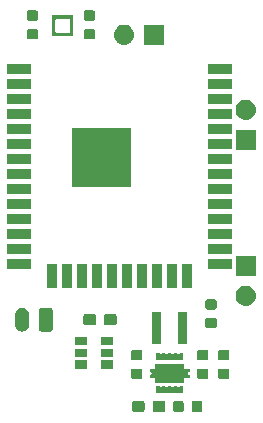
<source format=gts>
G04 #@! TF.GenerationSoftware,KiCad,Pcbnew,(5.0.2)-1*
G04 #@! TF.CreationDate,2019-05-04T17:06:02+02:00*
G04 #@! TF.ProjectId,Cowbell_mini,436f7762-656c-46c5-9f6d-696e692e6b69,v0.4*
G04 #@! TF.SameCoordinates,Original*
G04 #@! TF.FileFunction,Soldermask,Top*
G04 #@! TF.FilePolarity,Negative*
%FSLAX46Y46*%
G04 Gerber Fmt 4.6, Leading zero omitted, Abs format (unit mm)*
G04 Created by KiCad (PCBNEW (5.0.2)-1) date 5/4/2019 5:06:02 PM*
%MOMM*%
%LPD*%
G01*
G04 APERTURE LIST*
%ADD10C,0.150000*%
G04 APERTURE END LIST*
D10*
G36*
X133883116Y-61552595D02*
X133912313Y-61561452D01*
X133939218Y-61575833D01*
X133962808Y-61595192D01*
X133982167Y-61618782D01*
X133996548Y-61645687D01*
X134005405Y-61674884D01*
X134009000Y-61711390D01*
X134009000Y-62336610D01*
X134005405Y-62373116D01*
X133996548Y-62402313D01*
X133982167Y-62429218D01*
X133962808Y-62452808D01*
X133939218Y-62472167D01*
X133912313Y-62486548D01*
X133883116Y-62495405D01*
X133846610Y-62499000D01*
X133296390Y-62499000D01*
X133259884Y-62495405D01*
X133230687Y-62486548D01*
X133203782Y-62472167D01*
X133180192Y-62452808D01*
X133160833Y-62429218D01*
X133146452Y-62402313D01*
X133137595Y-62373116D01*
X133134000Y-62336610D01*
X133134000Y-61711390D01*
X133137595Y-61674884D01*
X133146452Y-61645687D01*
X133160833Y-61618782D01*
X133180192Y-61595192D01*
X133203782Y-61575833D01*
X133230687Y-61561452D01*
X133259884Y-61552595D01*
X133296390Y-61549000D01*
X133846610Y-61549000D01*
X133883116Y-61552595D01*
X133883116Y-61552595D01*
G37*
G36*
X130741024Y-61552955D02*
X130773736Y-61562879D01*
X130803890Y-61578997D01*
X130830316Y-61600684D01*
X130852003Y-61627110D01*
X130868121Y-61657264D01*
X130878045Y-61689976D01*
X130882000Y-61730138D01*
X130882000Y-62317862D01*
X130878045Y-62358024D01*
X130868121Y-62390736D01*
X130852003Y-62420890D01*
X130830316Y-62447316D01*
X130803890Y-62469003D01*
X130773736Y-62485121D01*
X130741024Y-62495045D01*
X130700862Y-62499000D01*
X130013138Y-62499000D01*
X129972976Y-62495045D01*
X129940264Y-62485121D01*
X129910110Y-62469003D01*
X129883684Y-62447316D01*
X129861997Y-62420890D01*
X129845879Y-62390736D01*
X129835955Y-62358024D01*
X129832000Y-62317862D01*
X129832000Y-61730138D01*
X129835955Y-61689976D01*
X129845879Y-61657264D01*
X129861997Y-61627110D01*
X129883684Y-61600684D01*
X129910110Y-61578997D01*
X129940264Y-61562879D01*
X129972976Y-61552955D01*
X130013138Y-61549000D01*
X130700862Y-61549000D01*
X130741024Y-61552955D01*
X130741024Y-61552955D01*
G37*
G36*
X128991024Y-61552955D02*
X129023736Y-61562879D01*
X129053890Y-61578997D01*
X129080316Y-61600684D01*
X129102003Y-61627110D01*
X129118121Y-61657264D01*
X129128045Y-61689976D01*
X129132000Y-61730138D01*
X129132000Y-62317862D01*
X129128045Y-62358024D01*
X129118121Y-62390736D01*
X129102003Y-62420890D01*
X129080316Y-62447316D01*
X129053890Y-62469003D01*
X129023736Y-62485121D01*
X128991024Y-62495045D01*
X128950862Y-62499000D01*
X128263138Y-62499000D01*
X128222976Y-62495045D01*
X128190264Y-62485121D01*
X128160110Y-62469003D01*
X128133684Y-62447316D01*
X128111997Y-62420890D01*
X128095879Y-62390736D01*
X128085955Y-62358024D01*
X128082000Y-62317862D01*
X128082000Y-61730138D01*
X128085955Y-61689976D01*
X128095879Y-61657264D01*
X128111997Y-61627110D01*
X128133684Y-61600684D01*
X128160110Y-61578997D01*
X128190264Y-61562879D01*
X128222976Y-61552955D01*
X128263138Y-61549000D01*
X128950862Y-61549000D01*
X128991024Y-61552955D01*
X128991024Y-61552955D01*
G37*
G36*
X132308116Y-61552595D02*
X132337313Y-61561452D01*
X132364218Y-61575833D01*
X132387808Y-61595192D01*
X132407167Y-61618782D01*
X132421548Y-61645687D01*
X132430405Y-61674884D01*
X132434000Y-61711390D01*
X132434000Y-62336610D01*
X132430405Y-62373116D01*
X132421548Y-62402313D01*
X132407167Y-62429218D01*
X132387808Y-62452808D01*
X132364218Y-62472167D01*
X132337313Y-62486548D01*
X132308116Y-62495405D01*
X132271610Y-62499000D01*
X131721390Y-62499000D01*
X131684884Y-62495405D01*
X131655687Y-62486548D01*
X131628782Y-62472167D01*
X131605192Y-62452808D01*
X131585833Y-62429218D01*
X131571452Y-62402313D01*
X131562595Y-62373116D01*
X131559000Y-62336610D01*
X131559000Y-61711390D01*
X131562595Y-61674884D01*
X131571452Y-61645687D01*
X131585833Y-61618782D01*
X131605192Y-61595192D01*
X131628782Y-61575833D01*
X131655687Y-61561452D01*
X131684884Y-61552595D01*
X131721390Y-61549000D01*
X132271610Y-61549000D01*
X132308116Y-61552595D01*
X132308116Y-61552595D01*
G37*
G36*
X130399759Y-60332462D02*
X130413373Y-60352836D01*
X130430700Y-60370164D01*
X130451074Y-60383778D01*
X130473713Y-60393155D01*
X130497747Y-60397936D01*
X130522251Y-60397936D01*
X130546285Y-60393156D01*
X130568924Y-60383779D01*
X130589298Y-60370165D01*
X130606626Y-60352838D01*
X130620240Y-60332464D01*
X130621261Y-60330000D01*
X130898739Y-60330000D01*
X130899759Y-60332462D01*
X130913373Y-60352836D01*
X130930700Y-60370164D01*
X130951074Y-60383778D01*
X130973713Y-60393155D01*
X130997747Y-60397936D01*
X131022251Y-60397936D01*
X131046285Y-60393156D01*
X131068924Y-60383779D01*
X131089298Y-60370165D01*
X131106626Y-60352838D01*
X131120240Y-60332464D01*
X131121261Y-60330000D01*
X131398739Y-60330000D01*
X131399759Y-60332462D01*
X131413373Y-60352836D01*
X131430700Y-60370164D01*
X131451074Y-60383778D01*
X131473713Y-60393155D01*
X131497747Y-60397936D01*
X131522251Y-60397936D01*
X131546285Y-60393156D01*
X131568924Y-60383779D01*
X131589298Y-60370165D01*
X131606626Y-60352838D01*
X131620240Y-60332464D01*
X131621261Y-60330000D01*
X131898739Y-60330000D01*
X131899759Y-60332462D01*
X131913373Y-60352836D01*
X131930700Y-60370164D01*
X131951074Y-60383778D01*
X131973713Y-60393155D01*
X131997747Y-60397936D01*
X132022251Y-60397936D01*
X132046285Y-60393156D01*
X132068924Y-60383779D01*
X132089298Y-60370165D01*
X132106626Y-60352838D01*
X132120240Y-60332464D01*
X132121261Y-60330000D01*
X132390000Y-60330000D01*
X132390000Y-60930000D01*
X132121261Y-60930000D01*
X132120241Y-60927538D01*
X132106627Y-60907164D01*
X132089300Y-60889836D01*
X132068926Y-60876222D01*
X132046287Y-60866845D01*
X132022253Y-60862064D01*
X131997749Y-60862064D01*
X131973715Y-60866844D01*
X131951076Y-60876221D01*
X131930702Y-60889835D01*
X131913374Y-60907162D01*
X131899760Y-60927536D01*
X131898739Y-60930000D01*
X131621261Y-60930000D01*
X131620241Y-60927538D01*
X131606627Y-60907164D01*
X131589300Y-60889836D01*
X131568926Y-60876222D01*
X131546287Y-60866845D01*
X131522253Y-60862064D01*
X131497749Y-60862064D01*
X131473715Y-60866844D01*
X131451076Y-60876221D01*
X131430702Y-60889835D01*
X131413374Y-60907162D01*
X131399760Y-60927536D01*
X131398739Y-60930000D01*
X131121261Y-60930000D01*
X131120241Y-60927538D01*
X131106627Y-60907164D01*
X131089300Y-60889836D01*
X131068926Y-60876222D01*
X131046287Y-60866845D01*
X131022253Y-60862064D01*
X130997749Y-60862064D01*
X130973715Y-60866844D01*
X130951076Y-60876221D01*
X130930702Y-60889835D01*
X130913374Y-60907162D01*
X130899760Y-60927536D01*
X130898739Y-60930000D01*
X130621261Y-60930000D01*
X130620241Y-60927538D01*
X130606627Y-60907164D01*
X130589300Y-60889836D01*
X130568926Y-60876222D01*
X130546287Y-60866845D01*
X130522253Y-60862064D01*
X130497749Y-60862064D01*
X130473715Y-60866844D01*
X130451076Y-60876221D01*
X130430702Y-60889835D01*
X130413374Y-60907162D01*
X130399760Y-60927536D01*
X130398739Y-60930000D01*
X130130000Y-60930000D01*
X130130000Y-60330000D01*
X130398739Y-60330000D01*
X130399759Y-60332462D01*
X130399759Y-60332462D01*
G37*
G36*
X132413102Y-58404698D02*
X132413706Y-58404757D01*
X132424582Y-58406921D01*
X132429128Y-58408804D01*
X132429134Y-58408806D01*
X132429139Y-58408809D01*
X132433683Y-58410691D01*
X132437774Y-58413424D01*
X132437779Y-58413427D01*
X132437783Y-58413431D01*
X132441879Y-58416167D01*
X132448833Y-58423121D01*
X132451569Y-58427217D01*
X132451573Y-58427221D01*
X132451576Y-58427226D01*
X132454309Y-58431317D01*
X132456191Y-58435861D01*
X132456194Y-58435866D01*
X132456196Y-58435872D01*
X132458079Y-58440418D01*
X132460243Y-58451294D01*
X132460302Y-58451898D01*
X132460605Y-58458061D01*
X132460605Y-58729395D01*
X132463007Y-58753781D01*
X132470120Y-58777230D01*
X132481671Y-58798841D01*
X132497217Y-58817783D01*
X132516159Y-58833329D01*
X132537770Y-58844880D01*
X132561219Y-58851993D01*
X132585605Y-58854395D01*
X132906939Y-58854395D01*
X132913102Y-58854698D01*
X132913706Y-58854757D01*
X132924582Y-58856921D01*
X132929128Y-58858804D01*
X132929134Y-58858806D01*
X132929139Y-58858809D01*
X132933683Y-58860691D01*
X132937774Y-58863424D01*
X132937779Y-58863427D01*
X132937783Y-58863431D01*
X132941879Y-58866167D01*
X132948833Y-58873121D01*
X132951569Y-58877217D01*
X132951573Y-58877221D01*
X132951576Y-58877226D01*
X132954309Y-58881317D01*
X132956191Y-58885861D01*
X132956194Y-58885866D01*
X132956196Y-58885872D01*
X132958079Y-58890418D01*
X132960243Y-58901294D01*
X132960302Y-58901898D01*
X132960605Y-58908061D01*
X132960605Y-59051939D01*
X132960302Y-59058102D01*
X132960243Y-59058706D01*
X132958079Y-59069582D01*
X132956196Y-59074128D01*
X132956194Y-59074134D01*
X132956191Y-59074139D01*
X132954309Y-59078683D01*
X132951576Y-59082774D01*
X132951573Y-59082779D01*
X132951569Y-59082783D01*
X132948833Y-59086879D01*
X132941879Y-59093833D01*
X132937783Y-59096569D01*
X132937779Y-59096573D01*
X132937774Y-59096576D01*
X132933683Y-59099309D01*
X132929139Y-59101191D01*
X132929134Y-59101194D01*
X132929128Y-59101196D01*
X132924582Y-59103079D01*
X132913706Y-59105243D01*
X132910059Y-59105602D01*
X132886026Y-59110383D01*
X132863387Y-59119761D01*
X132843013Y-59133375D01*
X132825686Y-59150703D01*
X132812073Y-59171078D01*
X132802696Y-59193717D01*
X132797916Y-59217751D01*
X132797916Y-59242255D01*
X132802697Y-59266288D01*
X132812075Y-59288927D01*
X132825689Y-59309301D01*
X132843017Y-59326628D01*
X132863392Y-59340241D01*
X132886031Y-59349618D01*
X132910059Y-59354398D01*
X132913706Y-59354757D01*
X132924582Y-59356921D01*
X132929128Y-59358804D01*
X132929134Y-59358806D01*
X132929139Y-59358809D01*
X132933683Y-59360691D01*
X132937774Y-59363424D01*
X132937779Y-59363427D01*
X132937783Y-59363431D01*
X132941879Y-59366167D01*
X132948833Y-59373121D01*
X132951569Y-59377217D01*
X132951573Y-59377221D01*
X132951576Y-59377226D01*
X132954309Y-59381317D01*
X132956191Y-59385861D01*
X132956194Y-59385866D01*
X132956196Y-59385872D01*
X132958079Y-59390418D01*
X132960243Y-59401294D01*
X132960302Y-59401898D01*
X132960605Y-59408061D01*
X132960605Y-59551939D01*
X132960302Y-59558102D01*
X132960243Y-59558706D01*
X132958079Y-59569582D01*
X132956196Y-59574128D01*
X132956194Y-59574134D01*
X132956191Y-59574139D01*
X132954309Y-59578683D01*
X132951576Y-59582774D01*
X132951573Y-59582779D01*
X132951569Y-59582783D01*
X132948833Y-59586879D01*
X132941879Y-59593833D01*
X132937783Y-59596569D01*
X132937779Y-59596573D01*
X132937774Y-59596576D01*
X132933683Y-59599309D01*
X132929139Y-59601191D01*
X132929134Y-59601194D01*
X132929128Y-59601196D01*
X132924582Y-59603079D01*
X132913706Y-59605243D01*
X132913102Y-59605302D01*
X132906939Y-59605605D01*
X132585605Y-59605605D01*
X132561219Y-59608007D01*
X132537770Y-59615120D01*
X132516159Y-59626671D01*
X132497217Y-59642217D01*
X132481671Y-59661159D01*
X132470120Y-59682770D01*
X132463007Y-59706219D01*
X132460605Y-59730605D01*
X132460605Y-60001939D01*
X132460302Y-60008102D01*
X132460243Y-60008706D01*
X132458079Y-60019582D01*
X132456196Y-60024128D01*
X132456194Y-60024134D01*
X132456191Y-60024139D01*
X132454309Y-60028683D01*
X132451576Y-60032774D01*
X132451573Y-60032779D01*
X132451569Y-60032783D01*
X132448833Y-60036879D01*
X132441879Y-60043833D01*
X132437783Y-60046569D01*
X132437779Y-60046573D01*
X132437774Y-60046576D01*
X132433683Y-60049309D01*
X132429139Y-60051191D01*
X132429134Y-60051194D01*
X132429128Y-60051196D01*
X132424582Y-60053079D01*
X132413706Y-60055243D01*
X132413102Y-60055302D01*
X132406939Y-60055605D01*
X130113061Y-60055605D01*
X130106898Y-60055302D01*
X130106294Y-60055243D01*
X130095418Y-60053079D01*
X130090872Y-60051196D01*
X130090866Y-60051194D01*
X130090861Y-60051191D01*
X130086317Y-60049309D01*
X130082226Y-60046576D01*
X130082221Y-60046573D01*
X130082217Y-60046569D01*
X130078121Y-60043833D01*
X130071167Y-60036879D01*
X130068431Y-60032783D01*
X130068427Y-60032779D01*
X130068424Y-60032774D01*
X130065691Y-60028683D01*
X130063809Y-60024139D01*
X130063806Y-60024134D01*
X130063804Y-60024128D01*
X130061921Y-60019582D01*
X130059757Y-60008706D01*
X130059698Y-60008102D01*
X130059395Y-60001939D01*
X130059395Y-59730605D01*
X130056993Y-59706219D01*
X130049880Y-59682770D01*
X130038329Y-59661159D01*
X130022783Y-59642217D01*
X130003841Y-59626671D01*
X129982230Y-59615120D01*
X129958781Y-59608007D01*
X129934395Y-59605605D01*
X129613061Y-59605605D01*
X129606898Y-59605302D01*
X129606294Y-59605243D01*
X129595418Y-59603079D01*
X129590872Y-59601196D01*
X129590866Y-59601194D01*
X129590861Y-59601191D01*
X129586317Y-59599309D01*
X129582226Y-59596576D01*
X129582221Y-59596573D01*
X129582217Y-59596569D01*
X129578121Y-59593833D01*
X129571167Y-59586879D01*
X129568431Y-59582783D01*
X129568427Y-59582779D01*
X129568424Y-59582774D01*
X129565691Y-59578683D01*
X129563809Y-59574139D01*
X129563806Y-59574134D01*
X129563804Y-59574128D01*
X129561921Y-59569582D01*
X129559757Y-59558706D01*
X129559698Y-59558102D01*
X129559395Y-59551939D01*
X129559395Y-59408061D01*
X129559698Y-59401898D01*
X129559757Y-59401294D01*
X129561921Y-59390418D01*
X129563804Y-59385872D01*
X129563806Y-59385866D01*
X129563809Y-59385861D01*
X129565691Y-59381317D01*
X129568424Y-59377226D01*
X129568427Y-59377221D01*
X129568431Y-59377217D01*
X129571167Y-59373121D01*
X129578121Y-59366167D01*
X129582217Y-59363431D01*
X129582221Y-59363427D01*
X129582226Y-59363424D01*
X129586317Y-59360691D01*
X129590861Y-59358809D01*
X129590866Y-59358806D01*
X129590872Y-59358804D01*
X129595418Y-59356921D01*
X129606294Y-59354757D01*
X129609941Y-59354398D01*
X129633974Y-59349617D01*
X129656613Y-59340239D01*
X129676987Y-59326625D01*
X129694314Y-59309297D01*
X129707927Y-59288922D01*
X129717304Y-59266283D01*
X129722084Y-59242249D01*
X129722084Y-59217745D01*
X129717303Y-59193712D01*
X129707925Y-59171073D01*
X129694311Y-59150699D01*
X129676983Y-59133372D01*
X129656608Y-59119759D01*
X129633969Y-59110382D01*
X129609941Y-59105602D01*
X129606294Y-59105243D01*
X129595418Y-59103079D01*
X129590872Y-59101196D01*
X129590866Y-59101194D01*
X129590861Y-59101191D01*
X129586317Y-59099309D01*
X129582226Y-59096576D01*
X129582221Y-59096573D01*
X129582217Y-59096569D01*
X129578121Y-59093833D01*
X129571167Y-59086879D01*
X129568431Y-59082783D01*
X129568427Y-59082779D01*
X129568424Y-59082774D01*
X129565691Y-59078683D01*
X129563809Y-59074139D01*
X129563806Y-59074134D01*
X129563804Y-59074128D01*
X129561921Y-59069582D01*
X129559757Y-59058706D01*
X129559698Y-59058102D01*
X129559395Y-59051939D01*
X129559395Y-58908061D01*
X129559698Y-58901898D01*
X129559757Y-58901294D01*
X129561921Y-58890418D01*
X129563804Y-58885872D01*
X129563806Y-58885866D01*
X129563809Y-58885861D01*
X129565691Y-58881317D01*
X129568424Y-58877226D01*
X129568427Y-58877221D01*
X129568431Y-58877217D01*
X129571167Y-58873121D01*
X129578121Y-58866167D01*
X129582217Y-58863431D01*
X129582221Y-58863427D01*
X129582226Y-58863424D01*
X129586317Y-58860691D01*
X129590861Y-58858809D01*
X129590866Y-58858806D01*
X129590872Y-58858804D01*
X129595418Y-58856921D01*
X129606294Y-58854757D01*
X129606898Y-58854698D01*
X129613061Y-58854395D01*
X129934395Y-58854395D01*
X129958781Y-58851993D01*
X129982230Y-58844880D01*
X130003841Y-58833329D01*
X130022783Y-58817783D01*
X130038329Y-58798841D01*
X130049880Y-58777230D01*
X130056993Y-58753781D01*
X130059395Y-58729395D01*
X130059395Y-58458061D01*
X130059698Y-58451898D01*
X130059757Y-58451294D01*
X130061921Y-58440418D01*
X130063804Y-58435872D01*
X130063806Y-58435866D01*
X130063809Y-58435861D01*
X130065691Y-58431317D01*
X130068424Y-58427226D01*
X130068427Y-58427221D01*
X130068431Y-58427217D01*
X130071167Y-58423121D01*
X130078121Y-58416167D01*
X130082217Y-58413431D01*
X130082221Y-58413427D01*
X130082226Y-58413424D01*
X130086317Y-58410691D01*
X130090861Y-58408809D01*
X130090866Y-58408806D01*
X130090872Y-58408804D01*
X130095418Y-58406921D01*
X130106294Y-58404757D01*
X130106898Y-58404698D01*
X130113061Y-58404395D01*
X132406939Y-58404395D01*
X132413102Y-58404698D01*
X132413102Y-58404698D01*
G37*
G36*
X134403116Y-58821595D02*
X134432313Y-58830452D01*
X134459218Y-58844833D01*
X134482808Y-58864192D01*
X134502167Y-58887782D01*
X134516548Y-58914687D01*
X134525405Y-58943884D01*
X134529000Y-58980390D01*
X134529000Y-59530610D01*
X134525405Y-59567116D01*
X134516548Y-59596313D01*
X134502167Y-59623218D01*
X134482808Y-59646808D01*
X134459218Y-59666167D01*
X134432313Y-59680548D01*
X134403116Y-59689405D01*
X134366610Y-59693000D01*
X133741390Y-59693000D01*
X133704884Y-59689405D01*
X133675687Y-59680548D01*
X133648782Y-59666167D01*
X133625192Y-59646808D01*
X133605833Y-59623218D01*
X133591452Y-59596313D01*
X133582595Y-59567116D01*
X133579000Y-59530610D01*
X133579000Y-58980390D01*
X133582595Y-58943884D01*
X133591452Y-58914687D01*
X133605833Y-58887782D01*
X133625192Y-58864192D01*
X133648782Y-58844833D01*
X133675687Y-58830452D01*
X133704884Y-58821595D01*
X133741390Y-58818000D01*
X134366610Y-58818000D01*
X134403116Y-58821595D01*
X134403116Y-58821595D01*
G37*
G36*
X136181116Y-58821595D02*
X136210313Y-58830452D01*
X136237218Y-58844833D01*
X136260808Y-58864192D01*
X136280167Y-58887782D01*
X136294548Y-58914687D01*
X136303405Y-58943884D01*
X136307000Y-58980390D01*
X136307000Y-59530610D01*
X136303405Y-59567116D01*
X136294548Y-59596313D01*
X136280167Y-59623218D01*
X136260808Y-59646808D01*
X136237218Y-59666167D01*
X136210313Y-59680548D01*
X136181116Y-59689405D01*
X136144610Y-59693000D01*
X135519390Y-59693000D01*
X135482884Y-59689405D01*
X135453687Y-59680548D01*
X135426782Y-59666167D01*
X135403192Y-59646808D01*
X135383833Y-59623218D01*
X135369452Y-59596313D01*
X135360595Y-59567116D01*
X135357000Y-59530610D01*
X135357000Y-58980390D01*
X135360595Y-58943884D01*
X135369452Y-58914687D01*
X135383833Y-58887782D01*
X135403192Y-58864192D01*
X135426782Y-58844833D01*
X135453687Y-58830452D01*
X135482884Y-58821595D01*
X135519390Y-58818000D01*
X136144610Y-58818000D01*
X136181116Y-58821595D01*
X136181116Y-58821595D01*
G37*
G36*
X128815116Y-58821595D02*
X128844313Y-58830452D01*
X128871218Y-58844833D01*
X128894808Y-58864192D01*
X128914167Y-58887782D01*
X128928548Y-58914687D01*
X128937405Y-58943884D01*
X128941000Y-58980390D01*
X128941000Y-59530610D01*
X128937405Y-59567116D01*
X128928548Y-59596313D01*
X128914167Y-59623218D01*
X128894808Y-59646808D01*
X128871218Y-59666167D01*
X128844313Y-59680548D01*
X128815116Y-59689405D01*
X128778610Y-59693000D01*
X128153390Y-59693000D01*
X128116884Y-59689405D01*
X128087687Y-59680548D01*
X128060782Y-59666167D01*
X128037192Y-59646808D01*
X128017833Y-59623218D01*
X128003452Y-59596313D01*
X127994595Y-59567116D01*
X127991000Y-59530610D01*
X127991000Y-58980390D01*
X127994595Y-58943884D01*
X128003452Y-58914687D01*
X128017833Y-58887782D01*
X128037192Y-58864192D01*
X128060782Y-58844833D01*
X128087687Y-58830452D01*
X128116884Y-58821595D01*
X128153390Y-58818000D01*
X128778610Y-58818000D01*
X128815116Y-58821595D01*
X128815116Y-58821595D01*
G37*
G36*
X124227000Y-58830000D02*
X123277000Y-58830000D01*
X123277000Y-58130000D01*
X124227000Y-58130000D01*
X124227000Y-58830000D01*
X124227000Y-58830000D01*
G37*
G36*
X126427000Y-58830000D02*
X125477000Y-58830000D01*
X125477000Y-58130000D01*
X126427000Y-58130000D01*
X126427000Y-58830000D01*
X126427000Y-58830000D01*
G37*
G36*
X130399759Y-57532462D02*
X130413373Y-57552836D01*
X130430700Y-57570164D01*
X130451074Y-57583778D01*
X130473713Y-57593155D01*
X130497747Y-57597936D01*
X130522251Y-57597936D01*
X130546285Y-57593156D01*
X130568924Y-57583779D01*
X130589298Y-57570165D01*
X130606626Y-57552838D01*
X130620240Y-57532464D01*
X130621261Y-57530000D01*
X130898739Y-57530000D01*
X130899759Y-57532462D01*
X130913373Y-57552836D01*
X130930700Y-57570164D01*
X130951074Y-57583778D01*
X130973713Y-57593155D01*
X130997747Y-57597936D01*
X131022251Y-57597936D01*
X131046285Y-57593156D01*
X131068924Y-57583779D01*
X131089298Y-57570165D01*
X131106626Y-57552838D01*
X131120240Y-57532464D01*
X131121261Y-57530000D01*
X131398739Y-57530000D01*
X131399759Y-57532462D01*
X131413373Y-57552836D01*
X131430700Y-57570164D01*
X131451074Y-57583778D01*
X131473713Y-57593155D01*
X131497747Y-57597936D01*
X131522251Y-57597936D01*
X131546285Y-57593156D01*
X131568924Y-57583779D01*
X131589298Y-57570165D01*
X131606626Y-57552838D01*
X131620240Y-57532464D01*
X131621261Y-57530000D01*
X131898739Y-57530000D01*
X131899759Y-57532462D01*
X131913373Y-57552836D01*
X131930700Y-57570164D01*
X131951074Y-57583778D01*
X131973713Y-57593155D01*
X131997747Y-57597936D01*
X132022251Y-57597936D01*
X132046285Y-57593156D01*
X132068924Y-57583779D01*
X132089298Y-57570165D01*
X132106626Y-57552838D01*
X132120240Y-57532464D01*
X132121261Y-57530000D01*
X132390000Y-57530000D01*
X132390000Y-58130000D01*
X132121261Y-58130000D01*
X132120241Y-58127538D01*
X132106627Y-58107164D01*
X132089300Y-58089836D01*
X132068926Y-58076222D01*
X132046287Y-58066845D01*
X132022253Y-58062064D01*
X131997749Y-58062064D01*
X131973715Y-58066844D01*
X131951076Y-58076221D01*
X131930702Y-58089835D01*
X131913374Y-58107162D01*
X131899760Y-58127536D01*
X131898739Y-58130000D01*
X131621261Y-58130000D01*
X131620241Y-58127538D01*
X131606627Y-58107164D01*
X131589300Y-58089836D01*
X131568926Y-58076222D01*
X131546287Y-58066845D01*
X131522253Y-58062064D01*
X131497749Y-58062064D01*
X131473715Y-58066844D01*
X131451076Y-58076221D01*
X131430702Y-58089835D01*
X131413374Y-58107162D01*
X131399760Y-58127536D01*
X131398739Y-58130000D01*
X131121261Y-58130000D01*
X131120241Y-58127538D01*
X131106627Y-58107164D01*
X131089300Y-58089836D01*
X131068926Y-58076222D01*
X131046287Y-58066845D01*
X131022253Y-58062064D01*
X130997749Y-58062064D01*
X130973715Y-58066844D01*
X130951076Y-58076221D01*
X130930702Y-58089835D01*
X130913374Y-58107162D01*
X130899760Y-58127536D01*
X130898739Y-58130000D01*
X130621261Y-58130000D01*
X130620241Y-58127538D01*
X130606627Y-58107164D01*
X130589300Y-58089836D01*
X130568926Y-58076222D01*
X130546287Y-58066845D01*
X130522253Y-58062064D01*
X130497749Y-58062064D01*
X130473715Y-58066844D01*
X130451076Y-58076221D01*
X130430702Y-58089835D01*
X130413374Y-58107162D01*
X130399760Y-58127536D01*
X130398739Y-58130000D01*
X130130000Y-58130000D01*
X130130000Y-57530000D01*
X130398739Y-57530000D01*
X130399759Y-57532462D01*
X130399759Y-57532462D01*
G37*
G36*
X136181116Y-57246595D02*
X136210313Y-57255452D01*
X136237218Y-57269833D01*
X136260808Y-57289192D01*
X136280167Y-57312782D01*
X136294548Y-57339687D01*
X136303405Y-57368884D01*
X136307000Y-57405390D01*
X136307000Y-57955610D01*
X136303405Y-57992116D01*
X136294548Y-58021313D01*
X136280167Y-58048218D01*
X136260808Y-58071808D01*
X136237218Y-58091167D01*
X136210313Y-58105548D01*
X136181116Y-58114405D01*
X136144610Y-58118000D01*
X135519390Y-58118000D01*
X135482884Y-58114405D01*
X135453687Y-58105548D01*
X135426782Y-58091167D01*
X135403192Y-58071808D01*
X135383833Y-58048218D01*
X135369452Y-58021313D01*
X135360595Y-57992116D01*
X135357000Y-57955610D01*
X135357000Y-57405390D01*
X135360595Y-57368884D01*
X135369452Y-57339687D01*
X135383833Y-57312782D01*
X135403192Y-57289192D01*
X135426782Y-57269833D01*
X135453687Y-57255452D01*
X135482884Y-57246595D01*
X135519390Y-57243000D01*
X136144610Y-57243000D01*
X136181116Y-57246595D01*
X136181116Y-57246595D01*
G37*
G36*
X134403116Y-57246595D02*
X134432313Y-57255452D01*
X134459218Y-57269833D01*
X134482808Y-57289192D01*
X134502167Y-57312782D01*
X134516548Y-57339687D01*
X134525405Y-57368884D01*
X134529000Y-57405390D01*
X134529000Y-57955610D01*
X134525405Y-57992116D01*
X134516548Y-58021313D01*
X134502167Y-58048218D01*
X134482808Y-58071808D01*
X134459218Y-58091167D01*
X134432313Y-58105548D01*
X134403116Y-58114405D01*
X134366610Y-58118000D01*
X133741390Y-58118000D01*
X133704884Y-58114405D01*
X133675687Y-58105548D01*
X133648782Y-58091167D01*
X133625192Y-58071808D01*
X133605833Y-58048218D01*
X133591452Y-58021313D01*
X133582595Y-57992116D01*
X133579000Y-57955610D01*
X133579000Y-57405390D01*
X133582595Y-57368884D01*
X133591452Y-57339687D01*
X133605833Y-57312782D01*
X133625192Y-57289192D01*
X133648782Y-57269833D01*
X133675687Y-57255452D01*
X133704884Y-57246595D01*
X133741390Y-57243000D01*
X134366610Y-57243000D01*
X134403116Y-57246595D01*
X134403116Y-57246595D01*
G37*
G36*
X128815116Y-57246595D02*
X128844313Y-57255452D01*
X128871218Y-57269833D01*
X128894808Y-57289192D01*
X128914167Y-57312782D01*
X128928548Y-57339687D01*
X128937405Y-57368884D01*
X128941000Y-57405390D01*
X128941000Y-57955610D01*
X128937405Y-57992116D01*
X128928548Y-58021313D01*
X128914167Y-58048218D01*
X128894808Y-58071808D01*
X128871218Y-58091167D01*
X128844313Y-58105548D01*
X128815116Y-58114405D01*
X128778610Y-58118000D01*
X128153390Y-58118000D01*
X128116884Y-58114405D01*
X128087687Y-58105548D01*
X128060782Y-58091167D01*
X128037192Y-58071808D01*
X128017833Y-58048218D01*
X128003452Y-58021313D01*
X127994595Y-57992116D01*
X127991000Y-57955610D01*
X127991000Y-57405390D01*
X127994595Y-57368884D01*
X128003452Y-57339687D01*
X128017833Y-57312782D01*
X128037192Y-57289192D01*
X128060782Y-57269833D01*
X128087687Y-57255452D01*
X128116884Y-57246595D01*
X128153390Y-57243000D01*
X128778610Y-57243000D01*
X128815116Y-57246595D01*
X128815116Y-57246595D01*
G37*
G36*
X124227000Y-57830000D02*
X123277000Y-57830000D01*
X123277000Y-57130000D01*
X124227000Y-57130000D01*
X124227000Y-57830000D01*
X124227000Y-57830000D01*
G37*
G36*
X126427000Y-57830000D02*
X125477000Y-57830000D01*
X125477000Y-57130000D01*
X126427000Y-57130000D01*
X126427000Y-57830000D01*
X126427000Y-57830000D01*
G37*
G36*
X124227000Y-56830000D02*
X123277000Y-56830000D01*
X123277000Y-56130000D01*
X124227000Y-56130000D01*
X124227000Y-56830000D01*
X124227000Y-56830000D01*
G37*
G36*
X126427000Y-56830000D02*
X125477000Y-56830000D01*
X125477000Y-56130000D01*
X126427000Y-56130000D01*
X126427000Y-56830000D01*
X126427000Y-56830000D01*
G37*
G36*
X130560000Y-56770000D02*
X129760000Y-56770000D01*
X129760000Y-54070000D01*
X130560000Y-54070000D01*
X130560000Y-56770000D01*
X130560000Y-56770000D01*
G37*
G36*
X132760000Y-56770000D02*
X131960000Y-56770000D01*
X131960000Y-54070000D01*
X132760000Y-54070000D01*
X132760000Y-56770000D01*
X132760000Y-56770000D01*
G37*
G36*
X118889621Y-53694682D02*
X119002721Y-53728990D01*
X119106955Y-53784704D01*
X119198317Y-53859683D01*
X119273296Y-53951045D01*
X119329010Y-54055279D01*
X119363318Y-54168379D01*
X119372000Y-54256526D01*
X119372000Y-55115474D01*
X119363318Y-55203621D01*
X119329010Y-55316721D01*
X119273296Y-55420955D01*
X119198317Y-55512317D01*
X119106954Y-55587296D01*
X119002720Y-55643010D01*
X118889620Y-55677318D01*
X118772000Y-55688903D01*
X118654379Y-55677318D01*
X118541279Y-55643010D01*
X118437045Y-55587296D01*
X118345683Y-55512317D01*
X118270704Y-55420954D01*
X118214990Y-55316720D01*
X118180682Y-55203620D01*
X118172000Y-55115473D01*
X118172000Y-54256526D01*
X118180682Y-54168379D01*
X118214991Y-54055279D01*
X118270705Y-53951045D01*
X118345684Y-53859683D01*
X118437046Y-53784704D01*
X118541280Y-53728990D01*
X118654380Y-53694682D01*
X118772000Y-53683097D01*
X118889621Y-53694682D01*
X118889621Y-53694682D01*
G37*
G36*
X121180717Y-53691156D02*
X121225156Y-53704637D01*
X121266109Y-53726527D01*
X121302010Y-53755990D01*
X121331473Y-53791891D01*
X121353363Y-53832844D01*
X121366844Y-53877283D01*
X121372000Y-53929640D01*
X121372000Y-55442360D01*
X121366844Y-55494717D01*
X121353363Y-55539156D01*
X121331473Y-55580109D01*
X121302010Y-55616010D01*
X121266109Y-55645473D01*
X121225156Y-55667363D01*
X121180717Y-55680844D01*
X121128360Y-55686000D01*
X120415640Y-55686000D01*
X120363283Y-55680844D01*
X120318844Y-55667363D01*
X120277891Y-55645473D01*
X120241990Y-55616010D01*
X120212527Y-55580109D01*
X120190637Y-55539156D01*
X120177156Y-55494717D01*
X120172000Y-55442360D01*
X120172000Y-53929640D01*
X120177156Y-53877283D01*
X120190637Y-53832844D01*
X120212527Y-53791891D01*
X120241990Y-53755990D01*
X120277891Y-53726527D01*
X120318844Y-53704637D01*
X120363283Y-53691156D01*
X120415640Y-53686000D01*
X121128360Y-53686000D01*
X121180717Y-53691156D01*
X121180717Y-53691156D01*
G37*
G36*
X135107116Y-54531595D02*
X135136313Y-54540452D01*
X135163218Y-54554833D01*
X135186808Y-54574192D01*
X135206167Y-54597782D01*
X135220548Y-54624687D01*
X135229405Y-54653884D01*
X135233000Y-54690390D01*
X135233000Y-55240610D01*
X135229405Y-55277116D01*
X135220548Y-55306313D01*
X135206167Y-55333218D01*
X135186808Y-55356808D01*
X135163218Y-55376167D01*
X135136313Y-55390548D01*
X135107116Y-55399405D01*
X135070610Y-55403000D01*
X134445390Y-55403000D01*
X134408884Y-55399405D01*
X134379687Y-55390548D01*
X134352782Y-55376167D01*
X134329192Y-55356808D01*
X134309833Y-55333218D01*
X134295452Y-55306313D01*
X134286595Y-55277116D01*
X134283000Y-55240610D01*
X134283000Y-54690390D01*
X134286595Y-54653884D01*
X134295452Y-54624687D01*
X134309833Y-54597782D01*
X134329192Y-54574192D01*
X134352782Y-54554833D01*
X134379687Y-54540452D01*
X134408884Y-54531595D01*
X134445390Y-54528000D01*
X135070610Y-54528000D01*
X135107116Y-54531595D01*
X135107116Y-54531595D01*
G37*
G36*
X126619024Y-54214955D02*
X126651736Y-54224879D01*
X126681890Y-54240997D01*
X126708316Y-54262684D01*
X126730003Y-54289110D01*
X126746121Y-54319264D01*
X126756045Y-54351976D01*
X126760000Y-54392138D01*
X126760000Y-54979862D01*
X126756045Y-55020024D01*
X126746121Y-55052736D01*
X126730003Y-55082890D01*
X126708316Y-55109316D01*
X126681890Y-55131003D01*
X126651736Y-55147121D01*
X126619024Y-55157045D01*
X126578862Y-55161000D01*
X125891138Y-55161000D01*
X125850976Y-55157045D01*
X125818264Y-55147121D01*
X125788110Y-55131003D01*
X125761684Y-55109316D01*
X125739997Y-55082890D01*
X125723879Y-55052736D01*
X125713955Y-55020024D01*
X125710000Y-54979862D01*
X125710000Y-54392138D01*
X125713955Y-54351976D01*
X125723879Y-54319264D01*
X125739997Y-54289110D01*
X125761684Y-54262684D01*
X125788110Y-54240997D01*
X125818264Y-54224879D01*
X125850976Y-54214955D01*
X125891138Y-54211000D01*
X126578862Y-54211000D01*
X126619024Y-54214955D01*
X126619024Y-54214955D01*
G37*
G36*
X124869024Y-54214955D02*
X124901736Y-54224879D01*
X124931890Y-54240997D01*
X124958316Y-54262684D01*
X124980003Y-54289110D01*
X124996121Y-54319264D01*
X125006045Y-54351976D01*
X125010000Y-54392138D01*
X125010000Y-54979862D01*
X125006045Y-55020024D01*
X124996121Y-55052736D01*
X124980003Y-55082890D01*
X124958316Y-55109316D01*
X124931890Y-55131003D01*
X124901736Y-55147121D01*
X124869024Y-55157045D01*
X124828862Y-55161000D01*
X124141138Y-55161000D01*
X124100976Y-55157045D01*
X124068264Y-55147121D01*
X124038110Y-55131003D01*
X124011684Y-55109316D01*
X123989997Y-55082890D01*
X123973879Y-55052736D01*
X123963955Y-55020024D01*
X123960000Y-54979862D01*
X123960000Y-54392138D01*
X123963955Y-54351976D01*
X123973879Y-54319264D01*
X123989997Y-54289110D01*
X124011684Y-54262684D01*
X124038110Y-54240997D01*
X124068264Y-54224879D01*
X124100976Y-54214955D01*
X124141138Y-54211000D01*
X124828862Y-54211000D01*
X124869024Y-54214955D01*
X124869024Y-54214955D01*
G37*
G36*
X135107116Y-52956595D02*
X135136313Y-52965452D01*
X135163218Y-52979833D01*
X135186808Y-52999192D01*
X135206167Y-53022782D01*
X135220548Y-53049687D01*
X135229405Y-53078884D01*
X135233000Y-53115390D01*
X135233000Y-53665610D01*
X135229405Y-53702116D01*
X135220548Y-53731313D01*
X135206167Y-53758218D01*
X135186808Y-53781808D01*
X135163218Y-53801167D01*
X135136313Y-53815548D01*
X135107116Y-53824405D01*
X135070610Y-53828000D01*
X134445390Y-53828000D01*
X134408884Y-53824405D01*
X134379687Y-53815548D01*
X134352782Y-53801167D01*
X134329192Y-53781808D01*
X134309833Y-53758218D01*
X134295452Y-53731313D01*
X134286595Y-53702116D01*
X134283000Y-53665610D01*
X134283000Y-53115390D01*
X134286595Y-53078884D01*
X134295452Y-53049687D01*
X134309833Y-53022782D01*
X134329192Y-52999192D01*
X134352782Y-52979833D01*
X134379687Y-52965452D01*
X134408884Y-52956595D01*
X134445390Y-52953000D01*
X135070610Y-52953000D01*
X135107116Y-52956595D01*
X135107116Y-52956595D01*
G37*
G36*
X137866630Y-51816299D02*
X138026855Y-51864903D01*
X138174520Y-51943831D01*
X138303949Y-52050051D01*
X138410169Y-52179480D01*
X138489097Y-52327145D01*
X138537701Y-52487370D01*
X138554112Y-52654000D01*
X138537701Y-52820630D01*
X138489097Y-52980855D01*
X138410169Y-53128520D01*
X138303949Y-53257949D01*
X138174520Y-53364169D01*
X138026855Y-53443097D01*
X137866630Y-53491701D01*
X137741752Y-53504000D01*
X137658248Y-53504000D01*
X137533370Y-53491701D01*
X137373145Y-53443097D01*
X137225480Y-53364169D01*
X137096051Y-53257949D01*
X136989831Y-53128520D01*
X136910903Y-52980855D01*
X136862299Y-52820630D01*
X136845888Y-52654000D01*
X136862299Y-52487370D01*
X136910903Y-52327145D01*
X136989831Y-52179480D01*
X137096051Y-52050051D01*
X137225480Y-51943831D01*
X137373145Y-51864903D01*
X137533370Y-51816299D01*
X137658248Y-51804000D01*
X137741752Y-51804000D01*
X137866630Y-51816299D01*
X137866630Y-51816299D01*
G37*
G36*
X131895000Y-51970000D02*
X130995000Y-51970000D01*
X130995000Y-49970000D01*
X131895000Y-49970000D01*
X131895000Y-51970000D01*
X131895000Y-51970000D01*
G37*
G36*
X130625000Y-51970000D02*
X129725000Y-51970000D01*
X129725000Y-49970000D01*
X130625000Y-49970000D01*
X130625000Y-51970000D01*
X130625000Y-51970000D01*
G37*
G36*
X129355000Y-51970000D02*
X128455000Y-51970000D01*
X128455000Y-49970000D01*
X129355000Y-49970000D01*
X129355000Y-51970000D01*
X129355000Y-51970000D01*
G37*
G36*
X124275000Y-51970000D02*
X123375000Y-51970000D01*
X123375000Y-49970000D01*
X124275000Y-49970000D01*
X124275000Y-51970000D01*
X124275000Y-51970000D01*
G37*
G36*
X128085000Y-51970000D02*
X127185000Y-51970000D01*
X127185000Y-49970000D01*
X128085000Y-49970000D01*
X128085000Y-51970000D01*
X128085000Y-51970000D01*
G37*
G36*
X125545000Y-51970000D02*
X124645000Y-51970000D01*
X124645000Y-49970000D01*
X125545000Y-49970000D01*
X125545000Y-51970000D01*
X125545000Y-51970000D01*
G37*
G36*
X126815000Y-51970000D02*
X125915000Y-51970000D01*
X125915000Y-49970000D01*
X126815000Y-49970000D01*
X126815000Y-51970000D01*
X126815000Y-51970000D01*
G37*
G36*
X121735000Y-51970000D02*
X120835000Y-51970000D01*
X120835000Y-49970000D01*
X121735000Y-49970000D01*
X121735000Y-51970000D01*
X121735000Y-51970000D01*
G37*
G36*
X123005000Y-51970000D02*
X122105000Y-51970000D01*
X122105000Y-49970000D01*
X123005000Y-49970000D01*
X123005000Y-51970000D01*
X123005000Y-51970000D01*
G37*
G36*
X133165000Y-51970000D02*
X132265000Y-51970000D01*
X132265000Y-49970000D01*
X133165000Y-49970000D01*
X133165000Y-51970000D01*
X133165000Y-51970000D01*
G37*
G36*
X138550000Y-50964000D02*
X136850000Y-50964000D01*
X136850000Y-49264000D01*
X138550000Y-49264000D01*
X138550000Y-50964000D01*
X138550000Y-50964000D01*
G37*
G36*
X136500000Y-50420000D02*
X134500000Y-50420000D01*
X134500000Y-49520000D01*
X136500000Y-49520000D01*
X136500000Y-50420000D01*
X136500000Y-50420000D01*
G37*
G36*
X119500000Y-50420000D02*
X117500000Y-50420000D01*
X117500000Y-49520000D01*
X119500000Y-49520000D01*
X119500000Y-50420000D01*
X119500000Y-50420000D01*
G37*
G36*
X136500000Y-49150000D02*
X134500000Y-49150000D01*
X134500000Y-48250000D01*
X136500000Y-48250000D01*
X136500000Y-49150000D01*
X136500000Y-49150000D01*
G37*
G36*
X119500000Y-49150000D02*
X117500000Y-49150000D01*
X117500000Y-48250000D01*
X119500000Y-48250000D01*
X119500000Y-49150000D01*
X119500000Y-49150000D01*
G37*
G36*
X119500000Y-47880000D02*
X117500000Y-47880000D01*
X117500000Y-46980000D01*
X119500000Y-46980000D01*
X119500000Y-47880000D01*
X119500000Y-47880000D01*
G37*
G36*
X136500000Y-47880000D02*
X134500000Y-47880000D01*
X134500000Y-46980000D01*
X136500000Y-46980000D01*
X136500000Y-47880000D01*
X136500000Y-47880000D01*
G37*
G36*
X119500000Y-46610000D02*
X117500000Y-46610000D01*
X117500000Y-45710000D01*
X119500000Y-45710000D01*
X119500000Y-46610000D01*
X119500000Y-46610000D01*
G37*
G36*
X136500000Y-46610000D02*
X134500000Y-46610000D01*
X134500000Y-45710000D01*
X136500000Y-45710000D01*
X136500000Y-46610000D01*
X136500000Y-46610000D01*
G37*
G36*
X119500000Y-45340000D02*
X117500000Y-45340000D01*
X117500000Y-44440000D01*
X119500000Y-44440000D01*
X119500000Y-45340000D01*
X119500000Y-45340000D01*
G37*
G36*
X136500000Y-45340000D02*
X134500000Y-45340000D01*
X134500000Y-44440000D01*
X136500000Y-44440000D01*
X136500000Y-45340000D01*
X136500000Y-45340000D01*
G37*
G36*
X136500000Y-44070000D02*
X134500000Y-44070000D01*
X134500000Y-43170000D01*
X136500000Y-43170000D01*
X136500000Y-44070000D01*
X136500000Y-44070000D01*
G37*
G36*
X119500000Y-44070000D02*
X117500000Y-44070000D01*
X117500000Y-43170000D01*
X119500000Y-43170000D01*
X119500000Y-44070000D01*
X119500000Y-44070000D01*
G37*
G36*
X128000000Y-43460000D02*
X123000000Y-43460000D01*
X123000000Y-38460000D01*
X128000000Y-38460000D01*
X128000000Y-43460000D01*
X128000000Y-43460000D01*
G37*
G36*
X136500000Y-42800000D02*
X134500000Y-42800000D01*
X134500000Y-41900000D01*
X136500000Y-41900000D01*
X136500000Y-42800000D01*
X136500000Y-42800000D01*
G37*
G36*
X119500000Y-42800000D02*
X117500000Y-42800000D01*
X117500000Y-41900000D01*
X119500000Y-41900000D01*
X119500000Y-42800000D01*
X119500000Y-42800000D01*
G37*
G36*
X119500000Y-41530000D02*
X117500000Y-41530000D01*
X117500000Y-40630000D01*
X119500000Y-40630000D01*
X119500000Y-41530000D01*
X119500000Y-41530000D01*
G37*
G36*
X136500000Y-41530000D02*
X134500000Y-41530000D01*
X134500000Y-40630000D01*
X136500000Y-40630000D01*
X136500000Y-41530000D01*
X136500000Y-41530000D01*
G37*
G36*
X138550000Y-40296000D02*
X136850000Y-40296000D01*
X136850000Y-38596000D01*
X138550000Y-38596000D01*
X138550000Y-40296000D01*
X138550000Y-40296000D01*
G37*
G36*
X136500000Y-40260000D02*
X134500000Y-40260000D01*
X134500000Y-39360000D01*
X136500000Y-39360000D01*
X136500000Y-40260000D01*
X136500000Y-40260000D01*
G37*
G36*
X119500000Y-40260000D02*
X117500000Y-40260000D01*
X117500000Y-39360000D01*
X119500000Y-39360000D01*
X119500000Y-40260000D01*
X119500000Y-40260000D01*
G37*
G36*
X119500000Y-38990000D02*
X117500000Y-38990000D01*
X117500000Y-38090000D01*
X119500000Y-38090000D01*
X119500000Y-38990000D01*
X119500000Y-38990000D01*
G37*
G36*
X136500000Y-38990000D02*
X134500000Y-38990000D01*
X134500000Y-38090000D01*
X136500000Y-38090000D01*
X136500000Y-38990000D01*
X136500000Y-38990000D01*
G37*
G36*
X137866630Y-36068299D02*
X138026855Y-36116903D01*
X138174520Y-36195831D01*
X138303949Y-36302051D01*
X138410169Y-36431480D01*
X138489097Y-36579145D01*
X138537701Y-36739370D01*
X138554112Y-36906000D01*
X138537701Y-37072630D01*
X138489097Y-37232855D01*
X138410169Y-37380520D01*
X138303949Y-37509949D01*
X138174520Y-37616169D01*
X138026855Y-37695097D01*
X137866630Y-37743701D01*
X137741752Y-37756000D01*
X137658248Y-37756000D01*
X137533370Y-37743701D01*
X137373145Y-37695097D01*
X137225480Y-37616169D01*
X137096051Y-37509949D01*
X136989831Y-37380520D01*
X136910903Y-37232855D01*
X136862299Y-37072630D01*
X136845888Y-36906000D01*
X136862299Y-36739370D01*
X136910903Y-36579145D01*
X136989831Y-36431480D01*
X137096051Y-36302051D01*
X137225480Y-36195831D01*
X137373145Y-36116903D01*
X137533370Y-36068299D01*
X137658248Y-36056000D01*
X137741752Y-36056000D01*
X137866630Y-36068299D01*
X137866630Y-36068299D01*
G37*
G36*
X136500000Y-37720000D02*
X134500000Y-37720000D01*
X134500000Y-36820000D01*
X136500000Y-36820000D01*
X136500000Y-37720000D01*
X136500000Y-37720000D01*
G37*
G36*
X119500000Y-37720000D02*
X117500000Y-37720000D01*
X117500000Y-36820000D01*
X119500000Y-36820000D01*
X119500000Y-37720000D01*
X119500000Y-37720000D01*
G37*
G36*
X136500000Y-36450000D02*
X134500000Y-36450000D01*
X134500000Y-35550000D01*
X136500000Y-35550000D01*
X136500000Y-36450000D01*
X136500000Y-36450000D01*
G37*
G36*
X119500000Y-36450000D02*
X117500000Y-36450000D01*
X117500000Y-35550000D01*
X119500000Y-35550000D01*
X119500000Y-36450000D01*
X119500000Y-36450000D01*
G37*
G36*
X136500000Y-35180000D02*
X134500000Y-35180000D01*
X134500000Y-34280000D01*
X136500000Y-34280000D01*
X136500000Y-35180000D01*
X136500000Y-35180000D01*
G37*
G36*
X119500000Y-35180000D02*
X117500000Y-35180000D01*
X117500000Y-34280000D01*
X119500000Y-34280000D01*
X119500000Y-35180000D01*
X119500000Y-35180000D01*
G37*
G36*
X136500000Y-33910000D02*
X134500000Y-33910000D01*
X134500000Y-33010000D01*
X136500000Y-33010000D01*
X136500000Y-33910000D01*
X136500000Y-33910000D01*
G37*
G36*
X119500000Y-33910000D02*
X117500000Y-33910000D01*
X117500000Y-33010000D01*
X119500000Y-33010000D01*
X119500000Y-33910000D01*
X119500000Y-33910000D01*
G37*
G36*
X127558630Y-29718299D02*
X127718855Y-29766903D01*
X127866520Y-29845831D01*
X127995949Y-29952051D01*
X128102169Y-30081480D01*
X128181097Y-30229145D01*
X128229701Y-30389370D01*
X128246112Y-30556000D01*
X128229701Y-30722630D01*
X128181097Y-30882855D01*
X128102169Y-31030520D01*
X127995949Y-31159949D01*
X127866520Y-31266169D01*
X127718855Y-31345097D01*
X127558630Y-31393701D01*
X127433752Y-31406000D01*
X127350248Y-31406000D01*
X127225370Y-31393701D01*
X127065145Y-31345097D01*
X126917480Y-31266169D01*
X126788051Y-31159949D01*
X126681831Y-31030520D01*
X126602903Y-30882855D01*
X126554299Y-30722630D01*
X126537888Y-30556000D01*
X126554299Y-30389370D01*
X126602903Y-30229145D01*
X126681831Y-30081480D01*
X126788051Y-29952051D01*
X126917480Y-29845831D01*
X127065145Y-29766903D01*
X127225370Y-29718299D01*
X127350248Y-29706000D01*
X127433752Y-29706000D01*
X127558630Y-29718299D01*
X127558630Y-29718299D01*
G37*
G36*
X130782000Y-31406000D02*
X129082000Y-31406000D01*
X129082000Y-29706000D01*
X130782000Y-29706000D01*
X130782000Y-31406000D01*
X130782000Y-31406000D01*
G37*
G36*
X119983116Y-30071595D02*
X120012313Y-30080452D01*
X120039218Y-30094833D01*
X120062808Y-30114192D01*
X120082167Y-30137782D01*
X120096548Y-30164687D01*
X120105405Y-30193884D01*
X120109000Y-30230390D01*
X120109000Y-30780610D01*
X120105405Y-30817116D01*
X120096548Y-30846313D01*
X120082167Y-30873218D01*
X120062808Y-30896808D01*
X120039218Y-30916167D01*
X120012313Y-30930548D01*
X119983116Y-30939405D01*
X119946610Y-30943000D01*
X119321390Y-30943000D01*
X119284884Y-30939405D01*
X119255687Y-30930548D01*
X119228782Y-30916167D01*
X119205192Y-30896808D01*
X119185833Y-30873218D01*
X119171452Y-30846313D01*
X119162595Y-30817116D01*
X119159000Y-30780610D01*
X119159000Y-30230390D01*
X119162595Y-30193884D01*
X119171452Y-30164687D01*
X119185833Y-30137782D01*
X119205192Y-30114192D01*
X119228782Y-30094833D01*
X119255687Y-30080452D01*
X119284884Y-30071595D01*
X119321390Y-30068000D01*
X119946610Y-30068000D01*
X119983116Y-30071595D01*
X119983116Y-30071595D01*
G37*
G36*
X124809116Y-30071595D02*
X124838313Y-30080452D01*
X124865218Y-30094833D01*
X124888808Y-30114192D01*
X124908167Y-30137782D01*
X124922548Y-30164687D01*
X124931405Y-30193884D01*
X124935000Y-30230390D01*
X124935000Y-30780610D01*
X124931405Y-30817116D01*
X124922548Y-30846313D01*
X124908167Y-30873218D01*
X124888808Y-30896808D01*
X124865218Y-30916167D01*
X124838313Y-30930548D01*
X124809116Y-30939405D01*
X124772610Y-30943000D01*
X124147390Y-30943000D01*
X124110884Y-30939405D01*
X124081687Y-30930548D01*
X124054782Y-30916167D01*
X124031192Y-30896808D01*
X124011833Y-30873218D01*
X123997452Y-30846313D01*
X123988595Y-30817116D01*
X123985000Y-30780610D01*
X123985000Y-30230390D01*
X123988595Y-30193884D01*
X123997452Y-30164687D01*
X124011833Y-30137782D01*
X124031192Y-30114192D01*
X124054782Y-30094833D01*
X124081687Y-30080452D01*
X124110884Y-30071595D01*
X124147390Y-30068000D01*
X124772610Y-30068000D01*
X124809116Y-30071595D01*
X124809116Y-30071595D01*
G37*
G36*
X123075000Y-29300000D02*
X123077402Y-29324386D01*
X123084515Y-29347835D01*
X123087500Y-29353420D01*
X123087500Y-30246580D01*
X123084515Y-30252165D01*
X123077402Y-30275614D01*
X123075000Y-30300000D01*
X123075000Y-30687500D01*
X121325000Y-30687500D01*
X121325000Y-30300000D01*
X121322598Y-30275614D01*
X121315485Y-30252165D01*
X121312500Y-30246580D01*
X121312500Y-29353420D01*
X121315485Y-29347835D01*
X121322598Y-29324386D01*
X121323768Y-29312500D01*
X121587500Y-29312500D01*
X121587500Y-30287500D01*
X121589902Y-30311886D01*
X121597015Y-30335335D01*
X121608566Y-30356946D01*
X121624112Y-30375888D01*
X121643054Y-30391434D01*
X121664665Y-30402985D01*
X121688114Y-30410098D01*
X121712500Y-30412500D01*
X122687500Y-30412500D01*
X122711886Y-30410098D01*
X122735335Y-30402985D01*
X122756946Y-30391434D01*
X122775888Y-30375888D01*
X122791434Y-30356946D01*
X122802985Y-30335335D01*
X122810098Y-30311886D01*
X122812500Y-30287500D01*
X122812500Y-29312500D01*
X122810098Y-29288114D01*
X122802985Y-29264665D01*
X122791434Y-29243054D01*
X122775888Y-29224112D01*
X122756946Y-29208566D01*
X122735335Y-29197015D01*
X122711886Y-29189902D01*
X122687500Y-29187500D01*
X121712500Y-29187500D01*
X121688114Y-29189902D01*
X121664665Y-29197015D01*
X121643054Y-29208566D01*
X121624112Y-29224112D01*
X121608566Y-29243054D01*
X121597015Y-29264665D01*
X121589902Y-29288114D01*
X121587500Y-29312500D01*
X121323768Y-29312500D01*
X121325000Y-29300000D01*
X121325000Y-28912500D01*
X123075000Y-28912500D01*
X123075000Y-29300000D01*
X123075000Y-29300000D01*
G37*
G36*
X119983116Y-28496595D02*
X120012313Y-28505452D01*
X120039218Y-28519833D01*
X120062808Y-28539192D01*
X120082167Y-28562782D01*
X120096548Y-28589687D01*
X120105405Y-28618884D01*
X120109000Y-28655390D01*
X120109000Y-29205610D01*
X120105405Y-29242116D01*
X120096548Y-29271313D01*
X120082167Y-29298218D01*
X120062808Y-29321808D01*
X120039218Y-29341167D01*
X120012313Y-29355548D01*
X119983116Y-29364405D01*
X119946610Y-29368000D01*
X119321390Y-29368000D01*
X119284884Y-29364405D01*
X119255687Y-29355548D01*
X119228782Y-29341167D01*
X119205192Y-29321808D01*
X119185833Y-29298218D01*
X119171452Y-29271313D01*
X119162595Y-29242116D01*
X119159000Y-29205610D01*
X119159000Y-28655390D01*
X119162595Y-28618884D01*
X119171452Y-28589687D01*
X119185833Y-28562782D01*
X119205192Y-28539192D01*
X119228782Y-28519833D01*
X119255687Y-28505452D01*
X119284884Y-28496595D01*
X119321390Y-28493000D01*
X119946610Y-28493000D01*
X119983116Y-28496595D01*
X119983116Y-28496595D01*
G37*
G36*
X124809116Y-28496595D02*
X124838313Y-28505452D01*
X124865218Y-28519833D01*
X124888808Y-28539192D01*
X124908167Y-28562782D01*
X124922548Y-28589687D01*
X124931405Y-28618884D01*
X124935000Y-28655390D01*
X124935000Y-29205610D01*
X124931405Y-29242116D01*
X124922548Y-29271313D01*
X124908167Y-29298218D01*
X124888808Y-29321808D01*
X124865218Y-29341167D01*
X124838313Y-29355548D01*
X124809116Y-29364405D01*
X124772610Y-29368000D01*
X124147390Y-29368000D01*
X124110884Y-29364405D01*
X124081687Y-29355548D01*
X124054782Y-29341167D01*
X124031192Y-29321808D01*
X124011833Y-29298218D01*
X123997452Y-29271313D01*
X123988595Y-29242116D01*
X123985000Y-29205610D01*
X123985000Y-28655390D01*
X123988595Y-28618884D01*
X123997452Y-28589687D01*
X124011833Y-28562782D01*
X124031192Y-28539192D01*
X124054782Y-28519833D01*
X124081687Y-28505452D01*
X124110884Y-28496595D01*
X124147390Y-28493000D01*
X124772610Y-28493000D01*
X124809116Y-28496595D01*
X124809116Y-28496595D01*
G37*
M02*

</source>
